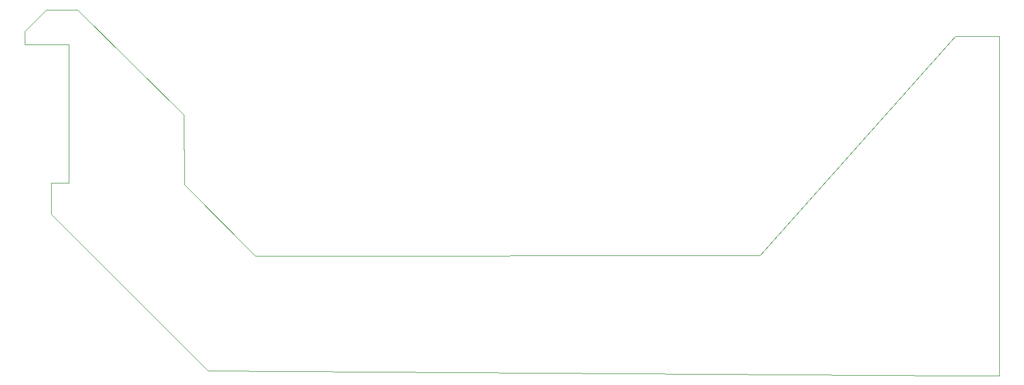
<source format=gbr>
G04 #@! TF.GenerationSoftware,KiCad,Pcbnew,7.0.7*
G04 #@! TF.CreationDate,2023-08-18T22:09:09-04:00*
G04 #@! TF.ProjectId,OpenAndromeda,4f70656e-416e-4647-926f-6d6564612e6b,rev?*
G04 #@! TF.SameCoordinates,Original*
G04 #@! TF.FileFunction,Profile,NP*
%FSLAX46Y46*%
G04 Gerber Fmt 4.6, Leading zero omitted, Abs format (unit mm)*
G04 Created by KiCad (PCBNEW 7.0.7) date 2023-08-18 22:09:09*
%MOMM*%
%LPD*%
G01*
G04 APERTURE LIST*
G04 #@! TA.AperFunction,Profile*
%ADD10C,0.100000*%
G04 #@! TD*
G04 APERTURE END LIST*
D10*
X72860000Y-95160000D02*
X72940000Y-105980000D01*
X51680000Y-78980000D02*
X56560000Y-78980000D01*
X198374000Y-83058000D02*
X198374000Y-135382000D01*
X72940000Y-105980000D02*
X83880000Y-116910000D01*
X55200000Y-105700000D02*
X55200000Y-84328000D01*
X52450000Y-110490000D02*
X52450000Y-105700000D01*
X48400000Y-84328000D02*
X48400000Y-82300000D01*
X198374000Y-135382000D02*
X192024000Y-135382000D01*
X55200000Y-84328000D02*
X48400000Y-84328000D01*
X76630000Y-134640000D02*
X52450000Y-110490000D01*
X56560000Y-78980000D02*
X72860000Y-95160000D01*
X83880000Y-116910000D02*
X161544000Y-116840000D01*
X161544000Y-116840000D02*
X191600000Y-83058000D01*
X48400000Y-82300000D02*
X51680000Y-78980000D01*
X52450000Y-105700000D02*
X55200000Y-105700000D01*
X191600000Y-83058000D02*
X198374000Y-83058000D01*
X191770000Y-135382000D02*
X76630000Y-134640000D01*
X192024000Y-135382000D02*
X191770000Y-135382000D01*
M02*

</source>
